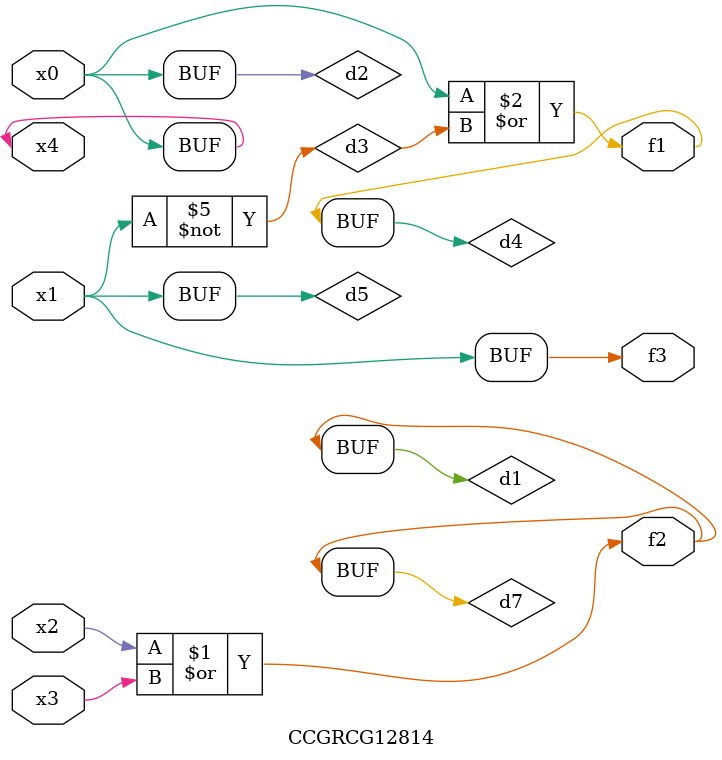
<source format=v>
module CCGRCG12814(
	input x0, x1, x2, x3, x4,
	output f1, f2, f3
);

	wire d1, d2, d3, d4, d5, d6, d7;

	or (d1, x2, x3);
	buf (d2, x0, x4);
	not (d3, x1);
	or (d4, d2, d3);
	not (d5, d3);
	nand (d6, d1, d3);
	or (d7, d1);
	assign f1 = d4;
	assign f2 = d7;
	assign f3 = d5;
endmodule

</source>
